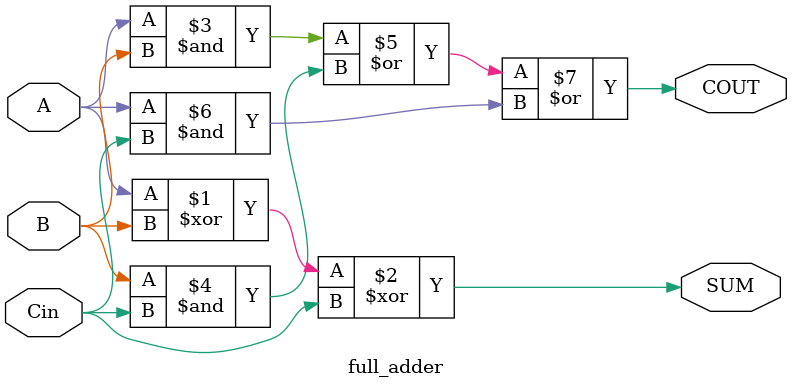
<source format=v>
module full_adder(
    input A, B, Cin,
    output SUM, COUT
);
    assign SUM  = A ^ B ^ Cin;
    assign COUT = (A & B) | (B & Cin) | (A & Cin);
endmodule

</source>
